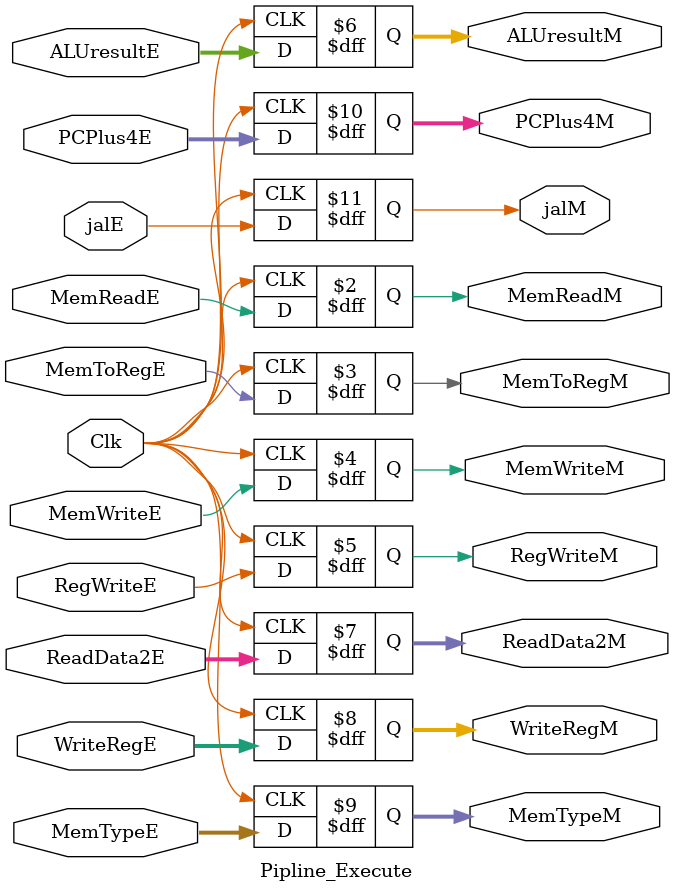
<source format=v>
`timescale 1ns / 1ps


module Pipline_Execute(Clk, MemReadE, MemToRegE, MemWriteE, RegWriteE, ALUresultE, ReadData2E, WriteRegE, MemReadM, MemToRegM, MemWriteM, RegWriteM, ALUresultM, ReadData2M, WriteRegM,
MemTypeE, MemTypeM, PCPlus4E, PCPlus4M, jalE, jalM);
    input Clk;
    input MemReadE;
    input MemToRegE;
    input MemWriteE;
    input RegWriteE;
    input [31:0] ALUresultE;
    input [31:0] ReadData2E;
    input [4:0] WriteRegE;
    input [1:0] MemTypeE;
    input [31:0] PCPlus4E;
    input jalE;
    
    
    output reg MemReadM;
    output reg MemToRegM;
    output reg MemWriteM;
    output reg RegWriteM;
    output reg [31:0] ALUresultM;
    output reg [31:0] ReadData2M;
    output reg [4:0] WriteRegM;
    output reg [1:0] MemTypeM;
    output reg [31:0] PCPlus4M;
    output reg jalM;
    
    always @(posedge Clk) begin
    MemReadM <= MemReadE;
    MemToRegM <= MemToRegE;
    MemWriteM <= MemWriteE;
    RegWriteM <= RegWriteE;
    ALUresultM <= ALUresultE;
    ReadData2M <= ReadData2E;
    WriteRegM <= WriteRegE;
    MemTypeM <= MemTypeE;
    PCPlus4M <= PCPlus4E;
    jalM <= jalE;
    end

endmodule

</source>
